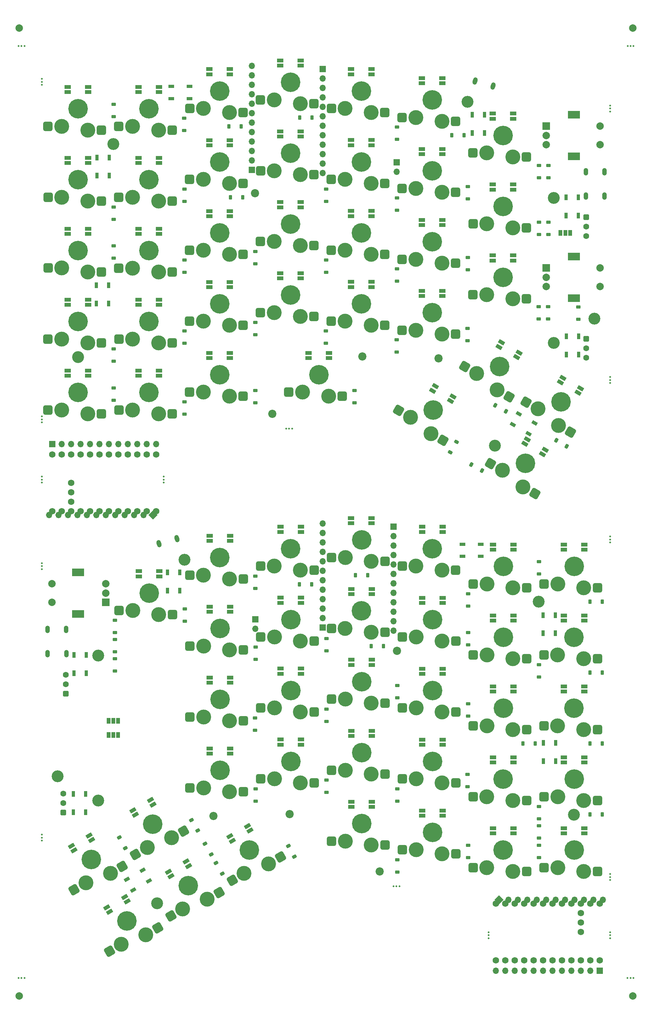
<source format=gbr>
%TF.GenerationSoftware,KiCad,Pcbnew,7.0.8*%
%TF.CreationDate,2024-02-17T13:20:42-05:00*%
%TF.ProjectId,ergothwack,6572676f-7468-4776-9163-6b2e6b696361,rev?*%
%TF.SameCoordinates,Original*%
%TF.FileFunction,Soldermask,Bot*%
%TF.FilePolarity,Negative*%
%FSLAX46Y46*%
G04 Gerber Fmt 4.6, Leading zero omitted, Abs format (unit mm)*
G04 Created by KiCad (PCBNEW 7.0.8) date 2024-02-17 13:20:42*
%MOMM*%
%LPD*%
G01*
G04 APERTURE LIST*
G04 Aperture macros list*
%AMRoundRect*
0 Rectangle with rounded corners*
0 $1 Rounding radius*
0 $2 $3 $4 $5 $6 $7 $8 $9 X,Y pos of 4 corners*
0 Add a 4 corners polygon primitive as box body*
4,1,4,$2,$3,$4,$5,$6,$7,$8,$9,$2,$3,0*
0 Add four circle primitives for the rounded corners*
1,1,$1+$1,$2,$3*
1,1,$1+$1,$4,$5*
1,1,$1+$1,$6,$7*
1,1,$1+$1,$8,$9*
0 Add four rect primitives between the rounded corners*
20,1,$1+$1,$2,$3,$4,$5,0*
20,1,$1+$1,$4,$5,$6,$7,0*
20,1,$1+$1,$6,$7,$8,$9,0*
20,1,$1+$1,$8,$9,$2,$3,0*%
%AMHorizOval*
0 Thick line with rounded ends*
0 $1 width*
0 $2 $3 position (X,Y) of the first rounded end (center of the circle)*
0 $4 $5 position (X,Y) of the second rounded end (center of the circle)*
0 Add line between two ends*
20,1,$1,$2,$3,$4,$5,0*
0 Add two circle primitives to create the rounded ends*
1,1,$1,$2,$3*
1,1,$1,$4,$5*%
%AMRotRect*
0 Rectangle, with rotation*
0 The origin of the aperture is its center*
0 $1 length*
0 $2 width*
0 $3 Rotation angle, in degrees counterclockwise*
0 Add horizontal line*
21,1,$1,$2,0,0,$3*%
G04 Aperture macros list end*
%ADD10C,2.000000*%
%ADD11C,0.500000*%
%ADD12R,1.700000X1.700000*%
%ADD13O,1.700000X1.700000*%
%ADD14RotRect,1.700000X1.700000X135.000000*%
%ADD15RotRect,1.700000X1.700000X315.000000*%
%ADD16C,1.752600*%
%ADD17C,5.250000*%
%ADD18RoundRect,0.500000X-0.262019X-1.046170X1.037019X-0.296170X0.262019X1.046170X-1.037019X0.296170X0*%
%ADD19C,4.000000*%
%ADD20C,3.200000*%
%ADD21C,2.200000*%
%ADD22RoundRect,0.500000X-0.750000X-0.775000X0.750000X-0.775000X0.750000X0.775000X-0.750000X0.775000X0*%
%ADD23RoundRect,0.225000X0.375000X-0.225000X0.375000X0.225000X-0.375000X0.225000X-0.375000X-0.225000X0*%
%ADD24RoundRect,0.225000X0.437260X-0.007356X0.212260X0.382356X-0.437260X0.007356X-0.212260X-0.382356X0*%
%ADD25RoundRect,0.225000X-0.225000X-0.375000X0.225000X-0.375000X0.225000X0.375000X-0.225000X0.375000X0*%
%ADD26HorizOval,1.250000X-0.097057X0.362222X0.097057X-0.362222X0*%
%ADD27RoundRect,0.225000X-0.382356X-0.212260X0.007356X-0.437260X0.382356X0.212260X-0.007356X0.437260X0*%
%ADD28RoundRect,0.225000X0.212260X-0.382356X0.437260X0.007356X-0.212260X0.382356X-0.437260X-0.007356X0*%
%ADD29C,1.600000*%
%ADD30RoundRect,0.400000X0.400000X0.400000X-0.400000X0.400000X-0.400000X-0.400000X0.400000X-0.400000X0*%
%ADD31R,1.700000X1.000000*%
%ADD32RotRect,1.700000X1.000000X210.000000*%
%ADD33RotRect,1.700000X1.000000X30.000000*%
%ADD34RotRect,1.700000X1.000000X330.000000*%
%ADD35RotRect,1.700000X1.000000X150.000000*%
%ADD36R,0.900000X1.500000*%
%ADD37R,1.500000X0.900000*%
%ADD38RotRect,1.500000X0.900000X30.000000*%
%ADD39O,1.250000X2.000000*%
%ADD40RoundRect,0.400000X-0.400000X-0.400000X0.400000X-0.400000X0.400000X0.400000X-0.400000X0.400000X0*%
%ADD41R,2.000000X2.000000*%
%ADD42R,3.200000X2.000000*%
%ADD43R,1.000000X1.500000*%
%ADD44RotRect,1.500000X0.900000X150.000000*%
%ADD45HorizOval,1.250000X-0.097057X-0.362222X0.097057X0.362222X0*%
%ADD46RoundRect,0.500000X-1.037019X-0.296170X0.262019X-1.046170X1.037019X0.296170X-0.262019X1.046170X0*%
G04 APERTURE END LIST*
D10*
%TO.C,REF\u002A\u002A*%
X180500000Y-8000000D03*
%TD*%
%TO.C,REF\u002A\u002A*%
X15500000Y-8000000D03*
%TD*%
%TO.C,REF\u002A\u002A*%
X15500000Y-268000000D03*
%TD*%
%TO.C,REF\u002A\u002A*%
X180500000Y-268000000D03*
%TD*%
D11*
%TO.C,mouse-bite-2.54mm-slot*%
X179100000Y-263160000D03*
X179900000Y-263160000D03*
X180700000Y-263160000D03*
%TD*%
%TO.C,mouse-bite-2.54mm-slot*%
X15310000Y-263165000D03*
X16110000Y-263165000D03*
X16910000Y-263165000D03*
%TD*%
%TO.C,mouse-bite-2.54mm-slot*%
X180710000Y-12830000D03*
X179910000Y-12830000D03*
X179110000Y-12830000D03*
%TD*%
%TO.C,mouse-bite-2.54mm-slot*%
X16900000Y-12830000D03*
X16100000Y-12830000D03*
X15300000Y-12830000D03*
%TD*%
%TO.C,mouse-bite-2.54mm-slot*%
X87260000Y-115630000D03*
X88060000Y-115630000D03*
X88860000Y-115630000D03*
%TD*%
%TO.C,mouse-bite-2.54mm-slot*%
X117750000Y-238570000D03*
X116950000Y-238570000D03*
X116150000Y-238570000D03*
%TD*%
%TO.C,mouse-bite-2.54mm-slot*%
X141700000Y-252510000D03*
X141700000Y-251710000D03*
X141700000Y-250910000D03*
%TD*%
%TO.C,mouse-bite-2.54mm-slot*%
X174440000Y-250900000D03*
X174440000Y-251700000D03*
X174440000Y-252500000D03*
%TD*%
%TO.C,mouse-bite-2.54mm-slot*%
X174440000Y-235270000D03*
X174440000Y-236070000D03*
X174440000Y-236870000D03*
%TD*%
%TO.C,mouse-bite-2.54mm-slot*%
X174440000Y-144590000D03*
X174440000Y-145390000D03*
X174440000Y-146190000D03*
%TD*%
%TO.C,mouse-bite-2.54mm-slot*%
X21570000Y-226290000D03*
X21570000Y-225490000D03*
X21570000Y-224690000D03*
%TD*%
%TO.C,mouse-bite-2.54mm-slot*%
X21570000Y-153350000D03*
X21570000Y-152550000D03*
X21570000Y-151750000D03*
%TD*%
%TO.C,mouse-bite-2.54mm-slot*%
X54310000Y-128490000D03*
X54310000Y-129290000D03*
X54310000Y-130090000D03*
%TD*%
%TO.C,mouse-bite-2.54mm-slot*%
X21570000Y-130100000D03*
X21570000Y-129300000D03*
X21570000Y-128500000D03*
%TD*%
%TO.C,mouse-bite-2.54mm-slot*%
X174440000Y-101760000D03*
X174440000Y-102560000D03*
X174440000Y-103360000D03*
%TD*%
%TO.C,mouse-bite-2.54mm-slot*%
X174440000Y-28810000D03*
X174440000Y-29610000D03*
X174440000Y-30410000D03*
%TD*%
%TO.C,mouse-bite-2.54mm-slot*%
X21570000Y-113920000D03*
X21570000Y-113120000D03*
X21570000Y-112320000D03*
%TD*%
%TO.C,mouse-bite-2.54mm-slot*%
X21570000Y-23260000D03*
X21570000Y-22460000D03*
X21570000Y-21660000D03*
%TD*%
D12*
%TO.C,J4*%
X24396997Y-119775628D03*
D13*
X26936997Y-119775628D03*
X29476997Y-119775628D03*
X32016997Y-119775628D03*
X34556997Y-119775628D03*
X37096997Y-119775628D03*
X39636997Y-119775628D03*
X42176997Y-119775628D03*
X44716997Y-119775628D03*
X47256997Y-119775628D03*
X49796997Y-119775628D03*
X52336997Y-119775628D03*
%TD*%
D14*
%TO.C,R-n!n-L-Adapter1*%
X144520000Y-242170000D03*
D13*
X147060000Y-242170000D03*
X149600000Y-242170000D03*
X152140000Y-242170000D03*
X154680000Y-242170000D03*
X157220000Y-242170000D03*
X159760000Y-242170000D03*
X162300000Y-242170000D03*
X164840000Y-242170000D03*
X167380000Y-242170000D03*
X169920000Y-242170000D03*
X172460000Y-242170000D03*
%TD*%
%TO.C,J1*%
X143680000Y-261220000D03*
X146220000Y-261220000D03*
X148760000Y-261220000D03*
X151300000Y-261220000D03*
X153840000Y-261220000D03*
X156380000Y-261220000D03*
X158920000Y-261220000D03*
X161460000Y-261220000D03*
X164000000Y-261220000D03*
X166540000Y-261220000D03*
X169080000Y-261220000D03*
D12*
X171620000Y-261220000D03*
%TD*%
D15*
%TO.C,L-n!n-L-Adapter1*%
X51486997Y-138825628D03*
D13*
X48946997Y-138825628D03*
X46406997Y-138825628D03*
X43866997Y-138825628D03*
X41326997Y-138825628D03*
X38786997Y-138825628D03*
X36246997Y-138825628D03*
X33706997Y-138825628D03*
X31166997Y-138825628D03*
X28626997Y-138825628D03*
X26086997Y-138825628D03*
X23546997Y-138825628D03*
%TD*%
D16*
%TO.C,R-n!n1*%
X166540000Y-250830000D03*
X166540000Y-248290000D03*
X166540000Y-245750000D03*
X143680000Y-258450000D03*
X146220000Y-258450000D03*
X148760000Y-258450000D03*
X151300000Y-258450000D03*
X153840000Y-258450000D03*
X156380000Y-258450000D03*
X158920000Y-258450000D03*
X161460000Y-258450000D03*
X164000000Y-258450000D03*
X166540000Y-258450000D03*
X169080000Y-258450000D03*
X171620000Y-258450000D03*
X171620000Y-243210000D03*
X169080000Y-243210000D03*
X166540000Y-243210000D03*
X164000000Y-243210000D03*
X161460000Y-243210000D03*
X158920000Y-243210000D03*
X156380000Y-243210000D03*
X153840000Y-243210000D03*
X151300000Y-243210000D03*
X148760000Y-243210000D03*
X146220000Y-243210000D03*
X143680000Y-243210000D03*
%TD*%
%TO.C,L-n!n1*%
X52356997Y-137785628D03*
X49816997Y-137785628D03*
X47276997Y-137785628D03*
X44736997Y-137785628D03*
X42196997Y-137785628D03*
X39656997Y-137785628D03*
X37116997Y-137785628D03*
X34576997Y-137785628D03*
X32036997Y-137785628D03*
X29496997Y-137785628D03*
X26956997Y-137785628D03*
X24416997Y-137785628D03*
X24416997Y-122545628D03*
X26956997Y-122545628D03*
X29496997Y-122545628D03*
X32036997Y-122545628D03*
X34576997Y-122545628D03*
X37116997Y-122545628D03*
X39656997Y-122545628D03*
X42196997Y-122545628D03*
X44736997Y-122545628D03*
X47276997Y-122545628D03*
X49816997Y-122545628D03*
X52356997Y-122545628D03*
X29496997Y-135245628D03*
X29496997Y-132705628D03*
X29496997Y-130165628D03*
%TD*%
D17*
%TO.C,R-SW23*%
X51380000Y-221856191D03*
D18*
X46736845Y-229964010D03*
D19*
X49919488Y-228126510D03*
X56506666Y-225535837D03*
D18*
X59689309Y-223698337D03*
%TD*%
D20*
%TO.C,*%
X159265000Y-92557496D03*
%TD*%
D21*
%TO.C,*%
X128255000Y-96717496D03*
%TD*%
%TO.C,*%
X78935000Y-52327496D03*
%TD*%
D20*
%TO.C,*%
X31315000Y-96357496D03*
%TD*%
%TO.C,*%
X143395000Y-120177496D03*
%TD*%
%TO.C,*%
X136085000Y-27857496D03*
%TD*%
%TO.C,*%
X170195000Y-86027496D03*
%TD*%
D21*
%TO.C,*%
X83565000Y-111637496D03*
%TD*%
%TO.C,*%
X107765000Y-96187496D03*
%TD*%
D20*
%TO.C,*%
X159265000Y-53637496D03*
%TD*%
%TO.C,*%
X40845000Y-39197496D03*
%TD*%
D21*
%TO.C,*%
X117075000Y-175266191D03*
%TD*%
%TO.C,*%
X67755000Y-219656191D03*
%TD*%
%TO.C,*%
X112445000Y-234576191D03*
%TD*%
%TO.C,*%
X88245000Y-219126191D03*
%TD*%
D20*
%TO.C,REF\u002A\u002A*%
X164695000Y-219296191D03*
%TD*%
%TO.C,REF\u002A\u002A*%
X155165000Y-162136191D03*
%TD*%
%TO.C,REF\u002A\u002A*%
X59925000Y-150796191D03*
%TD*%
%TO.C,REF\u002A\u002A*%
X36745000Y-176576191D03*
%TD*%
%TO.C,REF\u002A\u002A*%
X36745000Y-215496191D03*
%TD*%
%TO.C,REF\u002A\u002A*%
X25815000Y-208966191D03*
%TD*%
%TO.C,REF\u002A\u002A*%
X52615000Y-243116191D03*
%TD*%
D17*
%TO.C,R-SW1*%
X50420000Y-159786191D03*
D22*
X42345000Y-164486191D03*
D19*
X46020000Y-164486191D03*
X53020000Y-165536191D03*
D22*
X56695000Y-165536191D03*
%TD*%
D23*
%TO.C,R-D36*%
X155242000Y-225599191D03*
X155242000Y-222299191D03*
%TD*%
%TO.C,R-D35*%
X155242000Y-230805191D03*
X155242000Y-227505191D03*
%TD*%
%TO.C,R-D34*%
X136192000Y-230805191D03*
X136192000Y-227505191D03*
%TD*%
%TO.C,R-D33*%
X117142000Y-234743191D03*
X117142000Y-231443191D03*
%TD*%
D24*
%TO.C,R-D32*%
X89519000Y-230585133D03*
X87869000Y-227727249D03*
%TD*%
%TO.C,R-D31*%
X70088000Y-235157133D03*
X68438000Y-232299249D03*
%TD*%
%TO.C,R-D30*%
X67103000Y-229982075D03*
X65453000Y-227124191D03*
%TD*%
D25*
%TO.C,R-D29*%
X168959000Y-219250191D03*
X172259000Y-219250191D03*
%TD*%
D23*
%TO.C,R-D28*%
X155242000Y-220392191D03*
X155242000Y-217092191D03*
%TD*%
%TO.C,R-D27*%
X136065000Y-211755191D03*
X136065000Y-208455191D03*
%TD*%
%TO.C,R-D26*%
X117142000Y-215692191D03*
X117142000Y-212392191D03*
%TD*%
%TO.C,R-D25*%
X98092000Y-213281191D03*
X98092000Y-209981191D03*
%TD*%
%TO.C,R-D24*%
X79042000Y-215693191D03*
X79042000Y-212393191D03*
%TD*%
D24*
%TO.C,R-D23*%
X63484000Y-223600133D03*
X61834000Y-220742249D03*
%TD*%
%TO.C,R-D22*%
X44053000Y-228299133D03*
X42403000Y-225441249D03*
%TD*%
D25*
%TO.C,R-D21*%
X168958000Y-200200191D03*
X172258000Y-200200191D03*
%TD*%
%TO.C,R-D20*%
X150925000Y-200200191D03*
X154225000Y-200200191D03*
%TD*%
D23*
%TO.C,R-D19*%
X136192000Y-192833191D03*
X136192000Y-189533191D03*
%TD*%
%TO.C,R-D18*%
X117142000Y-187880191D03*
X117142000Y-184580191D03*
%TD*%
%TO.C,R-D17*%
X98092000Y-194229191D03*
X98092000Y-190929191D03*
%TD*%
%TO.C,R-D16*%
X78915000Y-196643191D03*
X78915000Y-193343191D03*
%TD*%
%TO.C,R-D15*%
X41196000Y-180756191D03*
X41196000Y-177456191D03*
%TD*%
D25*
%TO.C,R-D14*%
X168959000Y-181150191D03*
X172259000Y-181150191D03*
%TD*%
D23*
%TO.C,R-D13*%
X155242000Y-182292191D03*
X155242000Y-178992191D03*
%TD*%
%TO.C,R-D12*%
X136192000Y-173656191D03*
X136192000Y-170356191D03*
%TD*%
D25*
%TO.C,R-D11*%
X110157000Y-174038191D03*
X113457000Y-174038191D03*
%TD*%
D23*
%TO.C,R-D10*%
X98092000Y-175307191D03*
X98092000Y-172007191D03*
%TD*%
%TO.C,R-D9*%
X79042000Y-177594191D03*
X79042000Y-174294191D03*
%TD*%
%TO.C,R-D8*%
X41200000Y-175563691D03*
X41200000Y-172263691D03*
%TD*%
D25*
%TO.C,R-D7*%
X168959000Y-162100191D03*
X172259000Y-162100191D03*
%TD*%
D23*
%TO.C,R-D6*%
X155242000Y-154606191D03*
X155242000Y-151306191D03*
%TD*%
%TO.C,R-D5*%
X136192000Y-163242191D03*
X136192000Y-159942191D03*
%TD*%
D25*
%TO.C,R-D4*%
X105932500Y-155016191D03*
X109232500Y-155016191D03*
%TD*%
%TO.C,R-D3*%
X90854000Y-157401191D03*
X94154000Y-157401191D03*
%TD*%
D23*
%TO.C,R-D2*%
X79030000Y-158543191D03*
X79030000Y-155243191D03*
%TD*%
%TO.C,R-D1*%
X59992000Y-167306191D03*
X59992000Y-164006191D03*
%TD*%
%TO.C,R-D0*%
X41196000Y-170355191D03*
X41196000Y-167055191D03*
%TD*%
D26*
%TO.C,R-TS-RST1*%
X53075185Y-146493239D03*
X57904815Y-145199143D03*
%TD*%
D12*
%TO.C,R-n!n-L-Socket1*%
X116150000Y-141986191D03*
D13*
X116150000Y-144526191D03*
X116150000Y-147066191D03*
X116150000Y-149606191D03*
X116150000Y-152146191D03*
X116150000Y-154686191D03*
X116150000Y-157226191D03*
X116150000Y-159766191D03*
X116150000Y-162306191D03*
X116150000Y-164846191D03*
X116150000Y-167386191D03*
X116150000Y-169926191D03*
%TD*%
D12*
%TO.C,J2*%
X97100000Y-169076191D03*
D13*
X97100000Y-166536191D03*
X97100000Y-163996191D03*
X97100000Y-161456191D03*
X97100000Y-158916191D03*
X97100000Y-156376191D03*
X97100000Y-153836191D03*
X97100000Y-151296191D03*
X97100000Y-148756191D03*
X97100000Y-146216191D03*
X97100000Y-143676191D03*
X97100000Y-141136191D03*
%TD*%
D27*
%TO.C,L-D38*%
X162758942Y-120392496D03*
X159901058Y-118742496D03*
%TD*%
%TO.C,L-D37*%
X139958942Y-126892496D03*
X137101058Y-125242496D03*
%TD*%
D28*
%TO.C,L-D36*%
X133055000Y-119138554D03*
X131405000Y-121996438D03*
%TD*%
D23*
%TO.C,L-D35*%
X105625000Y-105345496D03*
X105625000Y-108645496D03*
%TD*%
%TO.C,L-D34*%
X78955000Y-105345496D03*
X78955000Y-108645496D03*
%TD*%
%TO.C,L-D33*%
X59905000Y-108393496D03*
X59905000Y-111693496D03*
%TD*%
%TO.C,L-D32*%
X40855000Y-104710496D03*
X40855000Y-108010496D03*
%TD*%
%TO.C,L-D31*%
X165830000Y-82917496D03*
X165830000Y-86217496D03*
%TD*%
D27*
%TO.C,L-D30*%
X146358942Y-110992496D03*
X143501058Y-109342496D03*
%TD*%
D23*
%TO.C,L-D29*%
X136050000Y-88727496D03*
X136050000Y-92027496D03*
%TD*%
%TO.C,L-D28*%
X117020000Y-91756496D03*
X117020000Y-95056496D03*
%TD*%
%TO.C,L-D27*%
X97990000Y-89342496D03*
X97990000Y-92642496D03*
%TD*%
%TO.C,L-D26*%
X78955000Y-87056496D03*
X78955000Y-90356496D03*
%TD*%
%TO.C,L-D25*%
X59905000Y-89342496D03*
X59905000Y-92642496D03*
%TD*%
%TO.C,L-D24*%
X40855000Y-94168496D03*
X40855000Y-97468496D03*
%TD*%
%TO.C,L-D23*%
X157695000Y-82866496D03*
X157695000Y-86166496D03*
%TD*%
%TO.C,L-D22*%
X155155000Y-82866496D03*
X155155000Y-86166496D03*
%TD*%
%TO.C,L-D21*%
X136105000Y-69658496D03*
X136105000Y-72958496D03*
%TD*%
%TO.C,L-D20*%
X117055000Y-72705496D03*
X117055000Y-76005496D03*
%TD*%
%TO.C,L-D19*%
X98005000Y-70292496D03*
X98005000Y-73592496D03*
%TD*%
%TO.C,L-D18*%
X78955000Y-68007496D03*
X78955000Y-71307496D03*
%TD*%
%TO.C,L-D17*%
X59905000Y-70293496D03*
X59905000Y-73593496D03*
%TD*%
%TO.C,L-D16*%
X40855000Y-66484496D03*
X40855000Y-69784496D03*
%TD*%
%TO.C,L-D15*%
X157822000Y-60134496D03*
X157822000Y-63434496D03*
%TD*%
%TO.C,L-D14*%
X155282000Y-60133496D03*
X155282000Y-63433496D03*
%TD*%
%TO.C,L-D13*%
X136105000Y-50608496D03*
X136105000Y-53908496D03*
%TD*%
%TO.C,L-D12*%
X117055000Y-53656496D03*
X117055000Y-56956496D03*
%TD*%
%TO.C,L-D11*%
X98005000Y-51243496D03*
X98005000Y-54543496D03*
%TD*%
D25*
%TO.C,L-D10*%
X75580000Y-53467496D03*
X72280000Y-53467496D03*
%TD*%
D23*
%TO.C,L-D9*%
X59905000Y-51243496D03*
X59905000Y-54543496D03*
%TD*%
%TO.C,L-D8*%
X40855000Y-56069496D03*
X40855000Y-59369496D03*
%TD*%
%TO.C,L-D7*%
X157822000Y-44894496D03*
X157822000Y-48194496D03*
%TD*%
%TO.C,L-D6*%
X155282000Y-44893496D03*
X155282000Y-48193496D03*
%TD*%
D25*
%TO.C,L-D5*%
X135089000Y-36827496D03*
X131789000Y-36827496D03*
%TD*%
D23*
%TO.C,L-D4*%
X117055000Y-34606496D03*
X117055000Y-37906496D03*
%TD*%
D25*
%TO.C,L-D3*%
X94194000Y-32065496D03*
X90894000Y-32065496D03*
%TD*%
%TO.C,L-D2*%
X75144000Y-34457496D03*
X71844000Y-34457496D03*
%TD*%
D23*
%TO.C,L-D1*%
X59890000Y-32193496D03*
X59890000Y-35493496D03*
%TD*%
%TO.C,L-D0*%
X40855000Y-28510496D03*
X40855000Y-31810496D03*
%TD*%
D29*
%TO.C,L-SW-BATT1*%
X168000000Y-96607496D03*
X168000000Y-94067496D03*
D30*
X168000000Y-91527496D03*
%TD*%
D13*
%TO.C,L-n!n-L-Socket1*%
X97090000Y-46987496D03*
X97090000Y-44447496D03*
X97090000Y-41907496D03*
X97090000Y-39367496D03*
X97090000Y-36827496D03*
X97090000Y-34287496D03*
X97090000Y-31747496D03*
X97090000Y-29207496D03*
X97090000Y-26667496D03*
X97090000Y-24127496D03*
X97090000Y-21587496D03*
D12*
X97090000Y-19047496D03*
%TD*%
D13*
%TO.C,J3*%
X78040000Y-18197496D03*
X78040000Y-20737496D03*
X78040000Y-23277496D03*
X78040000Y-25817496D03*
X78040000Y-28357496D03*
X78040000Y-30897496D03*
X78040000Y-33437496D03*
X78040000Y-35977496D03*
X78040000Y-38517496D03*
X78040000Y-41057496D03*
X78040000Y-43597496D03*
D12*
X78040000Y-46137496D03*
%TD*%
D31*
%TO.C,L-K-LED13*%
X123810000Y-41907496D03*
X123810000Y-40507496D03*
X129310000Y-40507496D03*
X129310000Y-41907496D03*
%TD*%
%TO.C,L-K-LED0*%
X34060000Y-23817496D03*
X34060000Y-25217496D03*
X28560000Y-25217496D03*
X28560000Y-23817496D03*
%TD*%
%TO.C,R-K-LED36*%
X161950000Y-222956191D03*
X161950000Y-224356191D03*
X167450000Y-224356191D03*
X167450000Y-222956191D03*
%TD*%
%TO.C,R-K-LED35*%
X142900000Y-222956191D03*
X142900000Y-224356191D03*
X148400000Y-224356191D03*
X148400000Y-222956191D03*
%TD*%
%TO.C,R-K-LED34*%
X123850000Y-218196191D03*
X123850000Y-219596191D03*
X129350000Y-219596191D03*
X129350000Y-218196191D03*
%TD*%
%TO.C,R-K-LED33*%
X104800000Y-215846191D03*
X104800000Y-217246191D03*
X110300000Y-217246191D03*
X110300000Y-215846191D03*
%TD*%
D32*
%TO.C,R-K-LED32*%
X72118430Y-225124973D03*
X72818430Y-226337409D03*
X77581570Y-223587409D03*
X76881570Y-222374973D03*
%TD*%
%TO.C,R-K-LED31*%
X55598430Y-234654973D03*
X56298430Y-235867409D03*
X61061570Y-233117409D03*
X60361570Y-231904973D03*
%TD*%
%TO.C,R-K-LED30*%
X39068430Y-244184973D03*
X39768430Y-245397409D03*
X44531570Y-242647409D03*
X43831570Y-241434973D03*
%TD*%
D31*
%TO.C,R-K-LED29*%
X167450000Y-205306191D03*
X167450000Y-203906191D03*
X161950000Y-203906191D03*
X161950000Y-205306191D03*
%TD*%
%TO.C,R-K-LED28*%
X148400000Y-205306191D03*
X148400000Y-203906191D03*
X142900000Y-203906191D03*
X142900000Y-205306191D03*
%TD*%
%TO.C,R-K-LED27*%
X129350000Y-200546191D03*
X129350000Y-199146191D03*
X123850000Y-199146191D03*
X123850000Y-200546191D03*
%TD*%
%TO.C,R-K-LED26*%
X110300000Y-198176191D03*
X110300000Y-196776191D03*
X104800000Y-196776191D03*
X104800000Y-198176191D03*
%TD*%
%TO.C,R-K-LED25*%
X91250000Y-200536191D03*
X91250000Y-199136191D03*
X85750000Y-199136191D03*
X85750000Y-200536191D03*
%TD*%
%TO.C,R-K-LED24*%
X72200000Y-202946191D03*
X72200000Y-201546191D03*
X66700000Y-201546191D03*
X66700000Y-202946191D03*
%TD*%
D33*
%TO.C,R-K-LED23*%
X51501570Y-216607409D03*
X50801570Y-215394973D03*
X46038430Y-218144973D03*
X46738430Y-219357409D03*
%TD*%
%TO.C,R-K-LED22*%
X34991570Y-226137409D03*
X34291570Y-224924973D03*
X29528430Y-227674973D03*
X30228430Y-228887409D03*
%TD*%
D31*
%TO.C,R-K-LED21*%
X161950000Y-184846191D03*
X161950000Y-186246191D03*
X167450000Y-186246191D03*
X167450000Y-184846191D03*
%TD*%
%TO.C,R-K-LED20*%
X142900000Y-184856191D03*
X142900000Y-186256191D03*
X148400000Y-186256191D03*
X148400000Y-184856191D03*
%TD*%
%TO.C,R-K-LED19*%
X123850000Y-180096191D03*
X123850000Y-181496191D03*
X129350000Y-181496191D03*
X129350000Y-180096191D03*
%TD*%
%TO.C,R-K-LED18*%
X104800000Y-177706191D03*
X104800000Y-179106191D03*
X110300000Y-179106191D03*
X110300000Y-177706191D03*
%TD*%
%TO.C,R-K-LED17*%
X85750000Y-180086191D03*
X85750000Y-181486191D03*
X91250000Y-181486191D03*
X91250000Y-180086191D03*
%TD*%
%TO.C,R-K-LED16*%
X66700000Y-182476191D03*
X66700000Y-183876191D03*
X72200000Y-183876191D03*
X72200000Y-182476191D03*
%TD*%
%TO.C,R-K-LED14*%
X167450000Y-167196191D03*
X167450000Y-165796191D03*
X161950000Y-165796191D03*
X161950000Y-167196191D03*
%TD*%
%TO.C,R-K-LED13*%
X148400000Y-167196191D03*
X148400000Y-165796191D03*
X142900000Y-165796191D03*
X142900000Y-167196191D03*
%TD*%
%TO.C,R-K-LED12*%
X129350000Y-162446191D03*
X129350000Y-161046191D03*
X123850000Y-161046191D03*
X123850000Y-162446191D03*
%TD*%
%TO.C,R-K-LED11*%
X110300000Y-160076191D03*
X110300000Y-158676191D03*
X104800000Y-158676191D03*
X104800000Y-160076191D03*
%TD*%
%TO.C,R-K-LED10*%
X91250000Y-162436191D03*
X91250000Y-161036191D03*
X85750000Y-161036191D03*
X85750000Y-162436191D03*
%TD*%
%TO.C,R-K-LED9*%
X72200000Y-164846191D03*
X72200000Y-163446191D03*
X66700000Y-163446191D03*
X66700000Y-164846191D03*
%TD*%
%TO.C,R-K-LED7*%
X161950000Y-146756191D03*
X161950000Y-148156191D03*
X167450000Y-148156191D03*
X167450000Y-146756191D03*
%TD*%
%TO.C,R-K-LED6*%
X142900000Y-146756191D03*
X142900000Y-148156191D03*
X148400000Y-148156191D03*
X148400000Y-146756191D03*
%TD*%
%TO.C,R-K-LED5*%
X123850000Y-141986191D03*
X123850000Y-143386191D03*
X129350000Y-143386191D03*
X129350000Y-141986191D03*
%TD*%
%TO.C,R-K-LED4*%
X104770000Y-139636191D03*
X104770000Y-141036191D03*
X110270000Y-141036191D03*
X110270000Y-139636191D03*
%TD*%
%TO.C,R-K-LED3*%
X85750000Y-141986191D03*
X85750000Y-143386191D03*
X91250000Y-143386191D03*
X91250000Y-141986191D03*
%TD*%
%TO.C,R-K-LED2*%
X66700000Y-144386191D03*
X66700000Y-145786191D03*
X72200000Y-145786191D03*
X72200000Y-144386191D03*
%TD*%
%TO.C,R-K-LED1*%
X47640000Y-153906191D03*
X47640000Y-155306191D03*
X53140000Y-155306191D03*
X53140000Y-153906191D03*
%TD*%
D34*
%TO.C,L-K-LED38*%
X161018430Y-103198714D03*
X161718430Y-101986278D03*
X166481570Y-104736278D03*
X165781570Y-105948714D03*
%TD*%
D35*
%TO.C,L-K-LED37*%
X156941570Y-121246278D03*
X156241570Y-122458714D03*
X151478430Y-119708714D03*
X152178430Y-118496278D03*
%TD*%
%TO.C,L-K-LED36*%
X132161570Y-106956278D03*
X131461570Y-108168714D03*
X126698430Y-105418714D03*
X127398430Y-104206278D03*
%TD*%
D31*
%TO.C,L-K-LED35*%
X98830000Y-95257496D03*
X98830000Y-96657496D03*
X93330000Y-96657496D03*
X93330000Y-95257496D03*
%TD*%
%TO.C,L-K-LED34*%
X72160000Y-95257496D03*
X72160000Y-96657496D03*
X66660000Y-96657496D03*
X66660000Y-95257496D03*
%TD*%
%TO.C,L-K-LED33*%
X53110000Y-100017496D03*
X53110000Y-101417496D03*
X47610000Y-101417496D03*
X47610000Y-100017496D03*
%TD*%
%TO.C,L-K-LED32*%
X34060000Y-100017496D03*
X34060000Y-101417496D03*
X28560000Y-101417496D03*
X28560000Y-100017496D03*
%TD*%
D34*
%TO.C,L-K-LED30*%
X144508430Y-93668714D03*
X145208430Y-92456278D03*
X149971570Y-95206278D03*
X149271570Y-96418714D03*
%TD*%
D31*
%TO.C,L-K-LED29*%
X123810000Y-80007496D03*
X123810000Y-78607496D03*
X129310000Y-78607496D03*
X129310000Y-80007496D03*
%TD*%
%TO.C,L-K-LED28*%
X104760000Y-77597496D03*
X104760000Y-76197496D03*
X110260000Y-76197496D03*
X110260000Y-77597496D03*
%TD*%
%TO.C,L-K-LED27*%
X85710000Y-75237496D03*
X85710000Y-73837496D03*
X91210000Y-73837496D03*
X91210000Y-75237496D03*
%TD*%
%TO.C,L-K-LED26*%
X66660000Y-77607496D03*
X66660000Y-76207496D03*
X72160000Y-76207496D03*
X72160000Y-77607496D03*
%TD*%
%TO.C,L-K-LED25*%
X47610000Y-82367496D03*
X47610000Y-80967496D03*
X53110000Y-80967496D03*
X53110000Y-82367496D03*
%TD*%
%TO.C,L-K-LED24*%
X28560000Y-82367496D03*
X28560000Y-80967496D03*
X34060000Y-80967496D03*
X34060000Y-82367496D03*
%TD*%
%TO.C,L-K-LED22*%
X148360000Y-69067496D03*
X148360000Y-70467496D03*
X142860000Y-70467496D03*
X142860000Y-69067496D03*
%TD*%
%TO.C,L-K-LED21*%
X129310000Y-59537496D03*
X129310000Y-60937496D03*
X123810000Y-60937496D03*
X123810000Y-59537496D03*
%TD*%
%TO.C,L-K-LED20*%
X110260000Y-57147496D03*
X110260000Y-58547496D03*
X104760000Y-58547496D03*
X104760000Y-57147496D03*
%TD*%
%TO.C,L-K-LED19*%
X91210000Y-54767496D03*
X91210000Y-56167496D03*
X85710000Y-56167496D03*
X85710000Y-54767496D03*
%TD*%
%TO.C,L-K-LED18*%
X72160000Y-57157496D03*
X72160000Y-58557496D03*
X66660000Y-58557496D03*
X66660000Y-57157496D03*
%TD*%
%TO.C,L-K-LED17*%
X53110000Y-61917496D03*
X53110000Y-63317496D03*
X47610000Y-63317496D03*
X47610000Y-61917496D03*
%TD*%
%TO.C,L-K-LED16*%
X34060000Y-61907496D03*
X34060000Y-63307496D03*
X28560000Y-63307496D03*
X28560000Y-61907496D03*
%TD*%
%TO.C,L-K-LED14*%
X142860000Y-51427496D03*
X142860000Y-50027496D03*
X148360000Y-50027496D03*
X148360000Y-51427496D03*
%TD*%
%TO.C,L-K-LED12*%
X104760000Y-39497496D03*
X104760000Y-38097496D03*
X110260000Y-38097496D03*
X110260000Y-39497496D03*
%TD*%
%TO.C,L-K-LED11*%
X85710000Y-37137496D03*
X85710000Y-35737496D03*
X91210000Y-35737496D03*
X91210000Y-37137496D03*
%TD*%
%TO.C,L-K-LED10*%
X66660000Y-39507496D03*
X66660000Y-38107496D03*
X72160000Y-38107496D03*
X72160000Y-39507496D03*
%TD*%
%TO.C,L-K-LED9*%
X47610000Y-44257496D03*
X47610000Y-42857496D03*
X53110000Y-42857496D03*
X53110000Y-44257496D03*
%TD*%
%TO.C,L-K-LED8*%
X28560000Y-44257496D03*
X28560000Y-42857496D03*
X34060000Y-42857496D03*
X34060000Y-44257496D03*
%TD*%
%TO.C,L-K-LED6*%
X148370000Y-30967496D03*
X148370000Y-32367496D03*
X142870000Y-32367496D03*
X142870000Y-30967496D03*
%TD*%
%TO.C,L-K-LED5*%
X129310000Y-21447496D03*
X129310000Y-22847496D03*
X123810000Y-22847496D03*
X123810000Y-21447496D03*
%TD*%
%TO.C,L-K-LED4*%
X110260000Y-19047496D03*
X110260000Y-20447496D03*
X104760000Y-20447496D03*
X104760000Y-19047496D03*
%TD*%
%TO.C,L-K-LED3*%
X91210000Y-16697496D03*
X91210000Y-18097496D03*
X85710000Y-18097496D03*
X85710000Y-16697496D03*
%TD*%
%TO.C,L-K-LED2*%
X72160000Y-19047496D03*
X72160000Y-20447496D03*
X66660000Y-20447496D03*
X66660000Y-19047496D03*
%TD*%
%TO.C,L-K-LED1*%
X53110000Y-23817496D03*
X53110000Y-25217496D03*
X47610000Y-25217496D03*
X47610000Y-23817496D03*
%TD*%
D36*
%TO.C,R-UG-LED6*%
X156440000Y-200016191D03*
X159740000Y-200016191D03*
X159740000Y-204916191D03*
X156440000Y-204916191D03*
%TD*%
%TO.C,R-UG-LED5*%
X159640000Y-170606191D03*
X156340000Y-170606191D03*
X156340000Y-165706191D03*
X159640000Y-165706191D03*
%TD*%
D37*
%TO.C,R-UG-LED4*%
X139590000Y-146646191D03*
X139590000Y-149946191D03*
X134690000Y-149946191D03*
X134690000Y-146646191D03*
%TD*%
D36*
%TO.C,R-UG-LED3*%
X55370000Y-154236191D03*
X58670000Y-154236191D03*
X58670000Y-159136191D03*
X55370000Y-159136191D03*
%TD*%
%TO.C,R-UG-LED2*%
X30190000Y-176396191D03*
X33490000Y-176396191D03*
X33490000Y-181296191D03*
X30190000Y-181296191D03*
%TD*%
%TO.C,R-UG-LED1*%
X30060000Y-213716191D03*
X33360000Y-213716191D03*
X33360000Y-218616191D03*
X30060000Y-218616191D03*
%TD*%
D38*
%TO.C,R-UG-LED0*%
X46110000Y-239544075D03*
X44460000Y-236686191D03*
X48703524Y-234236191D03*
X50353524Y-237094075D03*
%TD*%
D39*
%TO.C,R-TS-LED-UP1*%
X28140000Y-169526191D03*
X23140000Y-169526191D03*
%TD*%
%TO.C,R-TS-LED-DOWN1*%
X28150000Y-176036191D03*
X23150000Y-176036191D03*
%TD*%
D17*
%TO.C,R-SW36*%
X164715000Y-228826191D03*
D22*
X156640000Y-233526191D03*
D19*
X160315000Y-233526191D03*
X167315000Y-234576191D03*
D22*
X170990000Y-234576191D03*
%TD*%
D17*
%TO.C,R-SW35*%
X145660000Y-228826191D03*
D22*
X137585000Y-233526191D03*
D19*
X141260000Y-233526191D03*
X148260000Y-234576191D03*
D22*
X151935000Y-234576191D03*
%TD*%
D17*
%TO.C,R-SW34*%
X126620000Y-224066191D03*
D22*
X118545000Y-228766191D03*
D19*
X122220000Y-228766191D03*
X129220000Y-229816191D03*
D22*
X132895000Y-229816191D03*
%TD*%
D17*
%TO.C,R-SW33*%
X107570000Y-221716191D03*
D22*
X99495000Y-226416191D03*
D19*
X103170000Y-226416191D03*
X110170000Y-227466191D03*
D22*
X113845000Y-227466191D03*
%TD*%
D17*
%TO.C,R-SW32*%
X77420000Y-228846191D03*
D18*
X72776845Y-236954010D03*
D19*
X75959488Y-235116510D03*
X82546666Y-232525837D03*
D18*
X85729309Y-230688337D03*
%TD*%
D17*
%TO.C,R-SW31*%
X60920000Y-238366191D03*
D18*
X56276845Y-246474010D03*
D19*
X59459488Y-244636510D03*
X66046666Y-242045837D03*
D18*
X69229309Y-240208337D03*
%TD*%
D17*
%TO.C,R-SW30*%
X44410000Y-247896191D03*
D18*
X39766845Y-256004010D03*
D19*
X42949488Y-254166510D03*
X49536666Y-251575837D03*
D18*
X52719309Y-249738337D03*
%TD*%
D17*
%TO.C,R-SW29*%
X164720000Y-209776191D03*
D22*
X156645000Y-214476191D03*
D19*
X160320000Y-214476191D03*
X167320000Y-215526191D03*
D22*
X170995000Y-215526191D03*
%TD*%
D17*
%TO.C,R-SW28*%
X145660000Y-209776191D03*
D22*
X137585000Y-214476191D03*
D19*
X141260000Y-214476191D03*
X148260000Y-215526191D03*
D22*
X151935000Y-215526191D03*
%TD*%
D17*
%TO.C,R-SW27*%
X126620000Y-205016191D03*
D22*
X118545000Y-209716191D03*
D19*
X122220000Y-209716191D03*
X129220000Y-210766191D03*
D22*
X132895000Y-210766191D03*
%TD*%
D17*
%TO.C,R-SW26*%
X107570000Y-202656191D03*
D22*
X99495000Y-207356191D03*
D19*
X103170000Y-207356191D03*
X110170000Y-208406191D03*
D22*
X113845000Y-208406191D03*
%TD*%
D17*
%TO.C,R-SW25*%
X88520000Y-205016191D03*
D22*
X80445000Y-209716191D03*
D19*
X84120000Y-209716191D03*
X91120000Y-210766191D03*
D22*
X94795000Y-210766191D03*
%TD*%
D17*
%TO.C,R-SW24*%
X69470000Y-207416191D03*
D22*
X61395000Y-212116191D03*
D19*
X65070000Y-212116191D03*
X72070000Y-213166191D03*
D22*
X75745000Y-213166191D03*
%TD*%
D17*
%TO.C,R-SW22*%
X34880000Y-231386191D03*
D18*
X30236845Y-239494010D03*
D19*
X33419488Y-237656510D03*
X40006666Y-235065837D03*
D18*
X43189309Y-233228337D03*
%TD*%
D17*
%TO.C,R-SW21*%
X164710000Y-190716191D03*
D22*
X156635000Y-195416191D03*
D19*
X160310000Y-195416191D03*
X167310000Y-196466191D03*
D22*
X170985000Y-196466191D03*
%TD*%
D17*
%TO.C,R-SW20*%
X145670000Y-190726191D03*
D22*
X137595000Y-195426191D03*
D19*
X141270000Y-195426191D03*
X148270000Y-196476191D03*
D22*
X151945000Y-196476191D03*
%TD*%
D17*
%TO.C,R-SW19*%
X126625000Y-185966191D03*
D22*
X118550000Y-190666191D03*
D19*
X122225000Y-190666191D03*
X129225000Y-191716191D03*
D22*
X132900000Y-191716191D03*
%TD*%
D17*
%TO.C,R-SW18*%
X107580000Y-183586191D03*
D22*
X99505000Y-188286191D03*
D19*
X103180000Y-188286191D03*
X110180000Y-189336191D03*
D22*
X113855000Y-189336191D03*
%TD*%
D17*
%TO.C,R-SW17*%
X88520000Y-185966191D03*
D22*
X80445000Y-190666191D03*
D19*
X84120000Y-190666191D03*
X91120000Y-191716191D03*
D22*
X94795000Y-191716191D03*
%TD*%
D17*
%TO.C,R-SW16*%
X69470000Y-188356191D03*
D22*
X61395000Y-193056191D03*
D19*
X65070000Y-193056191D03*
X72070000Y-194106191D03*
D22*
X75745000Y-194106191D03*
%TD*%
D17*
%TO.C,R-SW14*%
X164710000Y-171676191D03*
D22*
X156635000Y-176376191D03*
D19*
X160310000Y-176376191D03*
X167310000Y-177426191D03*
D22*
X170985000Y-177426191D03*
%TD*%
D17*
%TO.C,R-SW13*%
X145665000Y-171676191D03*
D22*
X137590000Y-176376191D03*
D19*
X141265000Y-176376191D03*
X148265000Y-177426191D03*
D22*
X151940000Y-177426191D03*
%TD*%
D17*
%TO.C,R-SW12*%
X126620000Y-166916191D03*
D22*
X118545000Y-171616191D03*
D19*
X122220000Y-171616191D03*
X129220000Y-172666191D03*
D22*
X132895000Y-172666191D03*
%TD*%
D17*
%TO.C,R-SW11*%
X107560000Y-164556191D03*
D22*
X99485000Y-169256191D03*
D19*
X103160000Y-169256191D03*
X110160000Y-170306191D03*
D22*
X113835000Y-170306191D03*
%TD*%
D17*
%TO.C,R-SW10*%
X88520000Y-166916191D03*
D22*
X80445000Y-171616191D03*
D19*
X84120000Y-171616191D03*
X91120000Y-172666191D03*
D22*
X94795000Y-172666191D03*
%TD*%
D17*
%TO.C,R-SW9*%
X69470000Y-169316191D03*
D22*
X61395000Y-174016191D03*
D19*
X65070000Y-174016191D03*
X72070000Y-175066191D03*
D22*
X75745000Y-175066191D03*
%TD*%
D17*
%TO.C,R-SW7*%
X164715000Y-152626191D03*
D22*
X156640000Y-157326191D03*
D19*
X160315000Y-157326191D03*
X167315000Y-158376191D03*
D22*
X170990000Y-158376191D03*
%TD*%
D17*
%TO.C,R-SW6*%
X145670000Y-152626191D03*
D22*
X137595000Y-157326191D03*
D19*
X141270000Y-157326191D03*
X148270000Y-158376191D03*
D22*
X151945000Y-158376191D03*
%TD*%
D17*
%TO.C,R-SW5*%
X126600000Y-147866191D03*
D22*
X118525000Y-152566191D03*
D19*
X122200000Y-152566191D03*
X129200000Y-153616191D03*
D22*
X132875000Y-153616191D03*
%TD*%
D17*
%TO.C,R-SW4*%
X107580000Y-145506191D03*
D22*
X99505000Y-150206191D03*
D19*
X103180000Y-150206191D03*
X110180000Y-151256191D03*
D22*
X113855000Y-151256191D03*
%TD*%
D17*
%TO.C,R-SW3*%
X88510000Y-147866191D03*
D22*
X80435000Y-152566191D03*
D19*
X84110000Y-152566191D03*
X91110000Y-153616191D03*
D22*
X94785000Y-153616191D03*
%TD*%
D17*
%TO.C,R-SW2*%
X69460000Y-150266191D03*
D22*
X61385000Y-154966191D03*
D19*
X65060000Y-154966191D03*
X72060000Y-156016191D03*
D22*
X75735000Y-156016191D03*
%TD*%
D40*
%TO.C,R-SW-LED1*%
X28009500Y-186860791D03*
D29*
X28009500Y-184320791D03*
X28009500Y-181780791D03*
%TD*%
D40*
%TO.C,R-SW-BATT1*%
X27310000Y-218746191D03*
D29*
X27310000Y-216206191D03*
X27310000Y-213666191D03*
%TD*%
D41*
%TO.C,R-RE0*%
X38810000Y-162286191D03*
D10*
X38810000Y-157286191D03*
X38810000Y-159786191D03*
D42*
X31310000Y-154186191D03*
X31310000Y-165386191D03*
D10*
X24310000Y-157286191D03*
X24310000Y-162286191D03*
%TD*%
D43*
%TO.C,R-LED-JP1*%
X42115000Y-197914191D03*
X40815000Y-197914191D03*
X39515000Y-197914191D03*
%TD*%
%TO.C,R-CRQ-JP1*%
X42115000Y-194079191D03*
X40815000Y-194079191D03*
X39515000Y-194079191D03*
%TD*%
D12*
%TO.C,R-BATT-CONN1*%
X79020000Y-166846191D03*
D13*
X79020000Y-169386191D03*
%TD*%
D44*
%TO.C,L-UG-LED6*%
X149883238Y-111633554D03*
X148233238Y-114491438D03*
X152476762Y-116941438D03*
X154126762Y-114083554D03*
%TD*%
D36*
%TO.C,L-UG-LED5*%
X165950000Y-90777496D03*
X162650000Y-90777496D03*
X162650000Y-95677496D03*
X165950000Y-95677496D03*
%TD*%
%TO.C,L-UG-LED4*%
X162520000Y-58357496D03*
X165820000Y-58357496D03*
X165820000Y-53457496D03*
X162520000Y-53457496D03*
%TD*%
%TO.C,L-UG-LED3*%
X137340000Y-36197496D03*
X140640000Y-36197496D03*
X140640000Y-31297496D03*
X137340000Y-31297496D03*
%TD*%
D37*
%TO.C,L-UG-LED2*%
X56420000Y-23707496D03*
X56420000Y-27007496D03*
X61320000Y-27007496D03*
X61320000Y-23707496D03*
%TD*%
D36*
%TO.C,L-UG-LED1*%
X36370000Y-47667496D03*
X39670000Y-47667496D03*
X39670000Y-42767496D03*
X36370000Y-42767496D03*
%TD*%
%TO.C,L-UG-LED0*%
X36270000Y-81977496D03*
X39570000Y-81977496D03*
X39570000Y-77077496D03*
X36270000Y-77077496D03*
%TD*%
D45*
%TO.C,L-TS-RST1*%
X142939076Y-23549739D03*
X138109446Y-22255643D03*
%TD*%
D39*
%TO.C,L-TS-LED-UP1*%
X172870000Y-46587496D03*
X167870000Y-46587496D03*
%TD*%
%TO.C,L-TS-LED-DOWN1*%
X172860000Y-53097496D03*
X167860000Y-53097496D03*
%TD*%
D46*
%TO.C,L-SW38*%
X163719309Y-116564642D03*
D19*
X160536666Y-114727142D03*
X154999488Y-110317815D03*
D46*
X151816845Y-108480315D03*
D17*
X161160000Y-108447496D03*
%TD*%
D46*
%TO.C,L-SW37*%
X154179309Y-133074642D03*
D19*
X150996666Y-131237142D03*
X145459488Y-126827815D03*
D46*
X142276845Y-124990315D03*
D17*
X151620000Y-124957496D03*
%TD*%
D46*
%TO.C,L-SW36*%
X129409309Y-118774642D03*
D19*
X126226666Y-116937142D03*
X120689488Y-112527815D03*
D46*
X117506845Y-110690315D03*
D17*
X126850000Y-110657496D03*
%TD*%
D22*
%TO.C,L-SW35*%
X102355000Y-106877496D03*
D19*
X98680000Y-106877496D03*
X91680000Y-105827496D03*
D22*
X88005000Y-105827496D03*
D17*
X96080000Y-101127496D03*
%TD*%
D22*
%TO.C,L-SW34*%
X75685000Y-106877496D03*
D19*
X72010000Y-106877496D03*
X65010000Y-105827496D03*
D22*
X61335000Y-105827496D03*
D17*
X69410000Y-101127496D03*
%TD*%
D22*
%TO.C,L-SW33*%
X56645000Y-111637496D03*
D19*
X52970000Y-111637496D03*
X45970000Y-110587496D03*
D22*
X42295000Y-110587496D03*
D17*
X50370000Y-105887496D03*
%TD*%
D22*
%TO.C,L-SW32*%
X37585000Y-111637496D03*
D19*
X33910000Y-111637496D03*
X26910000Y-110587496D03*
D22*
X23235000Y-110587496D03*
D17*
X31310000Y-105887496D03*
%TD*%
D46*
%TO.C,L-SW30*%
X147209309Y-107034642D03*
D19*
X144026666Y-105197142D03*
X138489488Y-100787815D03*
D46*
X135306845Y-98950315D03*
D17*
X144650000Y-98917496D03*
%TD*%
D22*
%TO.C,L-SW29*%
X132835000Y-90227496D03*
D19*
X129160000Y-90227496D03*
X122160000Y-89177496D03*
D22*
X118485000Y-89177496D03*
D17*
X126560000Y-84477496D03*
%TD*%
D22*
%TO.C,L-SW28*%
X113785000Y-87827496D03*
D19*
X110110000Y-87827496D03*
X103110000Y-86777496D03*
D22*
X99435000Y-86777496D03*
D17*
X107510000Y-82077496D03*
%TD*%
D22*
%TO.C,L-SW27*%
X94735000Y-85467496D03*
D19*
X91060000Y-85467496D03*
X84060000Y-84417496D03*
D22*
X80385000Y-84417496D03*
D17*
X88460000Y-79717496D03*
%TD*%
D22*
%TO.C,L-SW26*%
X75685000Y-87827496D03*
D19*
X72010000Y-87827496D03*
X65010000Y-86777496D03*
D22*
X61335000Y-86777496D03*
D17*
X69410000Y-82077496D03*
%TD*%
D22*
%TO.C,L-SW25*%
X56645000Y-92587496D03*
D19*
X52970000Y-92587496D03*
X45970000Y-91537496D03*
D22*
X42295000Y-91537496D03*
D17*
X50370000Y-86837496D03*
%TD*%
D22*
%TO.C,L-SW24*%
X37585000Y-92587496D03*
D19*
X33910000Y-92587496D03*
X26910000Y-91537496D03*
D22*
X23235000Y-91537496D03*
D17*
X31310000Y-86837496D03*
%TD*%
D22*
%TO.C,L-SW22*%
X151885000Y-80697496D03*
D19*
X148210000Y-80697496D03*
X141210000Y-79647496D03*
D22*
X137535000Y-79647496D03*
D17*
X145610000Y-74947496D03*
%TD*%
D22*
%TO.C,L-SW21*%
X132835000Y-71167496D03*
D19*
X129160000Y-71167496D03*
X122160000Y-70117496D03*
D22*
X118485000Y-70117496D03*
D17*
X126560000Y-65417496D03*
%TD*%
D22*
%TO.C,L-SW20*%
X113785000Y-68777496D03*
D19*
X110110000Y-68777496D03*
X103110000Y-67727496D03*
D22*
X99435000Y-67727496D03*
D17*
X107510000Y-63027496D03*
%TD*%
D22*
%TO.C,L-SW19*%
X94735000Y-66397496D03*
D19*
X91060000Y-66397496D03*
X84060000Y-65347496D03*
D22*
X80385000Y-65347496D03*
D17*
X88460000Y-60647496D03*
%TD*%
D22*
%TO.C,L-SW18*%
X75685000Y-68777496D03*
D19*
X72010000Y-68777496D03*
X65010000Y-67727496D03*
D22*
X61335000Y-67727496D03*
D17*
X69410000Y-63027496D03*
%TD*%
D22*
%TO.C,L-SW17*%
X56635000Y-73537496D03*
D19*
X52960000Y-73537496D03*
X45960000Y-72487496D03*
D22*
X42285000Y-72487496D03*
D17*
X50360000Y-67787496D03*
%TD*%
D22*
%TO.C,L-SW16*%
X37595000Y-73527496D03*
D19*
X33920000Y-73527496D03*
X26920000Y-72477496D03*
D22*
X23245000Y-72477496D03*
D17*
X31320000Y-67777496D03*
%TD*%
D22*
%TO.C,L-SW14*%
X151895000Y-61647496D03*
D19*
X148220000Y-61647496D03*
X141220000Y-60597496D03*
D22*
X137545000Y-60597496D03*
D17*
X145620000Y-55897496D03*
%TD*%
D22*
%TO.C,L-SW13*%
X132835000Y-52127496D03*
D19*
X129160000Y-52127496D03*
X122160000Y-51077496D03*
D22*
X118485000Y-51077496D03*
D17*
X126560000Y-46377496D03*
%TD*%
D22*
%TO.C,L-SW12*%
X113785000Y-49727496D03*
D19*
X110110000Y-49727496D03*
X103110000Y-48677496D03*
D22*
X99435000Y-48677496D03*
D17*
X107510000Y-43977496D03*
%TD*%
D22*
%TO.C,L-SW11*%
X94745000Y-47367496D03*
D19*
X91070000Y-47367496D03*
X84070000Y-46317496D03*
D22*
X80395000Y-46317496D03*
D17*
X88470000Y-41617496D03*
%TD*%
D22*
%TO.C,L-SW10*%
X75685000Y-49727496D03*
D19*
X72010000Y-49727496D03*
X65010000Y-48677496D03*
D22*
X61335000Y-48677496D03*
D17*
X69410000Y-43977496D03*
%TD*%
D22*
%TO.C,L-SW9*%
X56635000Y-54487496D03*
D19*
X52960000Y-54487496D03*
X45960000Y-53437496D03*
D22*
X42285000Y-53437496D03*
D17*
X50360000Y-48737496D03*
%TD*%
D22*
%TO.C,L-SW8*%
X37595000Y-54487496D03*
D19*
X33920000Y-54487496D03*
X26920000Y-53437496D03*
D22*
X23245000Y-53437496D03*
D17*
X31320000Y-48737496D03*
%TD*%
D22*
%TO.C,L-SW6*%
X151885000Y-42597496D03*
D19*
X148210000Y-42597496D03*
X141210000Y-41547496D03*
D22*
X137535000Y-41547496D03*
D17*
X145610000Y-36847496D03*
%TD*%
D22*
%TO.C,L-SW5*%
X132835000Y-33077496D03*
D19*
X129160000Y-33077496D03*
X122160000Y-32027496D03*
D22*
X118485000Y-32027496D03*
D17*
X126560000Y-27327496D03*
%TD*%
D22*
%TO.C,L-SW4*%
X113795000Y-30677496D03*
D19*
X110120000Y-30677496D03*
X103120000Y-29627496D03*
D22*
X99445000Y-29627496D03*
D17*
X107520000Y-24927496D03*
%TD*%
D22*
%TO.C,L-SW3*%
X94735000Y-28317496D03*
D19*
X91060000Y-28317496D03*
X84060000Y-27267496D03*
D22*
X80385000Y-27267496D03*
D17*
X88460000Y-22567496D03*
%TD*%
D22*
%TO.C,L-SW2*%
X75695000Y-30677496D03*
D19*
X72020000Y-30677496D03*
X65020000Y-29627496D03*
D22*
X61345000Y-29627496D03*
D17*
X69420000Y-24927496D03*
%TD*%
D22*
%TO.C,L-SW1*%
X56635000Y-35437496D03*
D19*
X52960000Y-35437496D03*
X45960000Y-34387496D03*
D22*
X42285000Y-34387496D03*
D17*
X50360000Y-29687496D03*
%TD*%
D22*
%TO.C,L-SW0*%
X37585000Y-35437496D03*
D19*
X33910000Y-35437496D03*
X26910000Y-34387496D03*
D22*
X23235000Y-34387496D03*
D17*
X31310000Y-29687496D03*
%TD*%
D29*
%TO.C,L-SW-LED1*%
X168000500Y-63912896D03*
X168000500Y-61372896D03*
D30*
X168000500Y-58832896D03*
%TD*%
D10*
%TO.C,L-RE1*%
X171700000Y-72447496D03*
X171700000Y-77447496D03*
D42*
X164700000Y-69347496D03*
X164700000Y-80547496D03*
D10*
X157200000Y-74947496D03*
X157200000Y-77447496D03*
D41*
X157200000Y-72447496D03*
%TD*%
D10*
%TO.C,L-RE0*%
X171700000Y-34347496D03*
X171700000Y-39347496D03*
D42*
X164700000Y-31247496D03*
X164700000Y-42447496D03*
D10*
X157200000Y-36847496D03*
X157200000Y-39347496D03*
D41*
X157200000Y-34347496D03*
%TD*%
D43*
%TO.C,L-LED-JP1*%
X163664000Y-63053496D03*
X162364000Y-63053496D03*
X161064000Y-63053496D03*
%TD*%
D13*
%TO.C,L-BATT-CONN1*%
X117000000Y-46632496D03*
D12*
X117000000Y-44092496D03*
%TD*%
M02*

</source>
